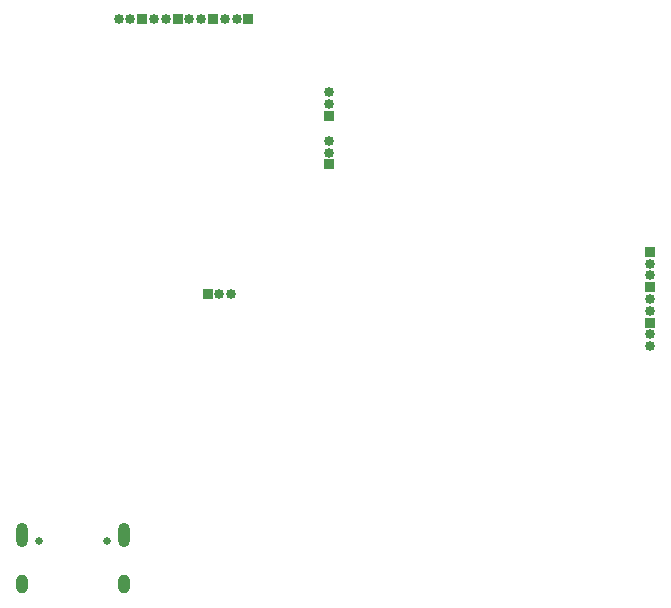
<source format=gbr>
%TF.GenerationSoftware,KiCad,Pcbnew,9.0.6*%
%TF.CreationDate,2025-12-28T18:42:45+01:00*%
%TF.ProjectId,scheme,73636865-6d65-42e6-9b69-6361645f7063,rev?*%
%TF.SameCoordinates,Original*%
%TF.FileFunction,Soldermask,Bot*%
%TF.FilePolarity,Negative*%
%FSLAX46Y46*%
G04 Gerber Fmt 4.6, Leading zero omitted, Abs format (unit mm)*
G04 Created by KiCad (PCBNEW 9.0.6) date 2025-12-28 18:42:45*
%MOMM*%
%LPD*%
G01*
G04 APERTURE LIST*
%ADD10R,0.850000X0.850000*%
%ADD11C,0.850000*%
%ADD12C,0.650000*%
%ADD13O,1.000000X2.100000*%
%ADD14O,1.000000X1.600000*%
G04 APERTURE END LIST*
D10*
%TO.C,J1*%
X198800000Y-129800000D03*
D11*
X199800000Y-129800000D03*
X200800000Y-129800000D03*
%TD*%
D10*
%TO.C,J2*%
X209100000Y-118800000D03*
D11*
X209100000Y-117800000D03*
X209100000Y-116800000D03*
%TD*%
D10*
%TO.C,J3*%
X209100000Y-114700000D03*
D11*
X209100000Y-113700000D03*
X209100000Y-112700000D03*
%TD*%
D10*
%TO.C,J11*%
X193260000Y-106500000D03*
D11*
X192260000Y-106500000D03*
X191260000Y-106500000D03*
%TD*%
D10*
%TO.C,J10*%
X196260000Y-106500000D03*
D11*
X195260000Y-106500000D03*
X194260000Y-106500000D03*
%TD*%
%TO.C,J6*%
X197260000Y-106500000D03*
X198260000Y-106500000D03*
D10*
X199260000Y-106500000D03*
%TD*%
D11*
%TO.C,J4*%
X200260000Y-106500000D03*
X201260000Y-106500000D03*
D10*
X202260000Y-106500000D03*
%TD*%
%TO.C,J8*%
X236275000Y-129200000D03*
D11*
X236275000Y-130200000D03*
X236275000Y-131200000D03*
%TD*%
D10*
%TO.C,J9*%
X236275000Y-132200000D03*
D11*
X236275000Y-133200000D03*
X236275000Y-134200000D03*
%TD*%
D10*
%TO.C,J7*%
X236225000Y-126200000D03*
D11*
X236225000Y-127200000D03*
X236225000Y-128200000D03*
%TD*%
D12*
%TO.C,J5*%
X184510000Y-150655000D03*
X190290000Y-150655000D03*
D13*
X183080000Y-150155000D03*
D14*
X183080000Y-154335000D03*
D13*
X191720000Y-150155000D03*
D14*
X191720000Y-154335000D03*
%TD*%
M02*

</source>
